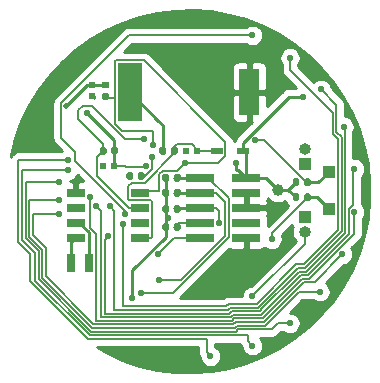
<source format=gbr>
%TF.GenerationSoftware,KiCad,Pcbnew,(5.1.6)-1*%
%TF.CreationDate,2023-04-03T22:04:13-07:00*%
%TF.ProjectId,Watch,57617463-682e-46b6-9963-61645f706362,rev?*%
%TF.SameCoordinates,Original*%
%TF.FileFunction,Copper,L2,Bot*%
%TF.FilePolarity,Positive*%
%FSLAX46Y46*%
G04 Gerber Fmt 4.6, Leading zero omitted, Abs format (unit mm)*
G04 Created by KiCad (PCBNEW (5.1.6)-1) date 2023-04-03 22:04:13*
%MOMM*%
%LPD*%
G01*
G04 APERTURE LIST*
%TA.AperFunction,SMDPad,CuDef*%
%ADD10R,1.700000X4.000000*%
%TD*%
%TA.AperFunction,SMDPad,CuDef*%
%ADD11R,2.000000X5.000000*%
%TD*%
%TA.AperFunction,SMDPad,CuDef*%
%ADD12R,0.800000X1.500000*%
%TD*%
%TA.AperFunction,SMDPad,CuDef*%
%ADD13R,1.550000X0.700000*%
%TD*%
%TA.AperFunction,SMDPad,CuDef*%
%ADD14R,1.050000X0.500000*%
%TD*%
%TA.AperFunction,SMDPad,CuDef*%
%ADD15R,0.620000X0.600000*%
%TD*%
%TA.AperFunction,SMDPad,CuDef*%
%ADD16R,0.600000X0.620000*%
%TD*%
%TA.AperFunction,SMDPad,CuDef*%
%ADD17C,1.000000*%
%TD*%
%TA.AperFunction,ComponentPad*%
%ADD18R,1.000000X1.000000*%
%TD*%
%TA.AperFunction,ComponentPad*%
%ADD19O,1.000000X1.000000*%
%TD*%
%TA.AperFunction,SMDPad,CuDef*%
%ADD20R,2.400000X0.740000*%
%TD*%
%TA.AperFunction,ViaPad*%
%ADD21C,0.540000*%
%TD*%
%TA.AperFunction,ViaPad*%
%ADD22C,0.500000*%
%TD*%
%TA.AperFunction,Conductor*%
%ADD23C,0.150000*%
%TD*%
%TA.AperFunction,Conductor*%
%ADD24C,0.250000*%
%TD*%
%TA.AperFunction,Conductor*%
%ADD25C,0.254000*%
%TD*%
G04 APERTURE END LIST*
%TO.P,R103,2*%
%TO.N,/SDA*%
%TA.AperFunction,SMDPad,CuDef*%
G36*
G01*
X138638500Y-79946000D02*
X138983500Y-79946000D01*
G75*
G02*
X139131000Y-80093500I0J-147500D01*
G01*
X139131000Y-80388500D01*
G75*
G02*
X138983500Y-80536000I-147500J0D01*
G01*
X138638500Y-80536000D01*
G75*
G02*
X138491000Y-80388500I0J147500D01*
G01*
X138491000Y-80093500D01*
G75*
G02*
X138638500Y-79946000I147500J0D01*
G01*
G37*
%TD.AperFunction*%
%TO.P,R103,1*%
%TO.N,+3V3*%
%TA.AperFunction,SMDPad,CuDef*%
G36*
G01*
X138638500Y-78976000D02*
X138983500Y-78976000D01*
G75*
G02*
X139131000Y-79123500I0J-147500D01*
G01*
X139131000Y-79418500D01*
G75*
G02*
X138983500Y-79566000I-147500J0D01*
G01*
X138638500Y-79566000D01*
G75*
G02*
X138491000Y-79418500I0J147500D01*
G01*
X138491000Y-79123500D01*
G75*
G02*
X138638500Y-78976000I147500J0D01*
G01*
G37*
%TD.AperFunction*%
%TD*%
D10*
%TO.P,C106,2*%
%TO.N,GND*%
X151003000Y-79883000D03*
D11*
%TO.P,C106,1*%
%TO.N,Net-(C106-Pad1)*%
X140853000Y-79883000D03*
%TD*%
D12*
%TO.P,Y101,2*%
%TO.N,Net-(IC102-Pad1)*%
X135902000Y-94361000D03*
%TO.P,Y101,1*%
%TO.N,Net-(IC102-Pad2)*%
X137402000Y-94361000D03*
%TD*%
D13*
%TO.P,IC102,8*%
%TO.N,Net-(C105-Pad2)*%
X141732000Y-92202000D03*
%TO.P,IC102,7*%
%TO.N,Net-(IC102-Pad7)*%
X141732000Y-90932000D03*
%TO.P,IC102,6*%
%TO.N,/SCL*%
X141732000Y-89662000D03*
%TO.P,IC102,5*%
%TO.N,/SDA*%
X141732000Y-88392000D03*
%TO.P,IC102,4*%
%TO.N,GND*%
X136282000Y-88392000D03*
%TO.P,IC102,3*%
%TO.N,Net-(IC102-Pad3)*%
X136282000Y-89662000D03*
%TO.P,IC102,2*%
%TO.N,Net-(IC102-Pad2)*%
X136282000Y-90932000D03*
%TO.P,IC102,1*%
%TO.N,Net-(IC102-Pad1)*%
X136282000Y-92202000D03*
%TD*%
D14*
%TO.P,D101,2*%
%TO.N,+3V3*%
X150490000Y-84836000D03*
%TO.P,D101,1*%
%TO.N,Net-(C105-Pad2)*%
X148214000Y-84836000D03*
%TD*%
D15*
%TO.P,C202,2*%
%TO.N,GND*%
X137668000Y-80216000D03*
%TO.P,C202,1*%
%TO.N,+3V3*%
X137668000Y-79296000D03*
%TD*%
D16*
%TO.P,C201,2*%
%TO.N,GND*%
X138605000Y-86106000D03*
%TO.P,C201,1*%
%TO.N,+3V3*%
X139525000Y-86106000D03*
%TD*%
%TO.P,C105,2*%
%TO.N,Net-(C105-Pad2)*%
X146558000Y-84836000D03*
%TO.P,C105,1*%
%TO.N,GND*%
X145638000Y-84836000D03*
%TD*%
%TO.P,R203,2*%
%TO.N,Net-(IC201-Pad33)*%
%TA.AperFunction,SMDPad,CuDef*%
G36*
G01*
X141541000Y-87167500D02*
X141541000Y-86822500D01*
G75*
G02*
X141688500Y-86675000I147500J0D01*
G01*
X141983500Y-86675000D01*
G75*
G02*
X142131000Y-86822500I0J-147500D01*
G01*
X142131000Y-87167500D01*
G75*
G02*
X141983500Y-87315000I-147500J0D01*
G01*
X141688500Y-87315000D01*
G75*
G02*
X141541000Y-87167500I0J147500D01*
G01*
G37*
%TD.AperFunction*%
%TO.P,R203,1*%
%TO.N,GND*%
%TA.AperFunction,SMDPad,CuDef*%
G36*
G01*
X140571000Y-87167500D02*
X140571000Y-86822500D01*
G75*
G02*
X140718500Y-86675000I147500J0D01*
G01*
X141013500Y-86675000D01*
G75*
G02*
X141161000Y-86822500I0J-147500D01*
G01*
X141161000Y-87167500D01*
G75*
G02*
X141013500Y-87315000I-147500J0D01*
G01*
X140718500Y-87315000D01*
G75*
G02*
X140571000Y-87167500I0J147500D01*
G01*
G37*
%TD.AperFunction*%
%TD*%
%TO.P,R112,2*%
%TO.N,/JTAG_TDI*%
%TA.AperFunction,SMDPad,CuDef*%
G36*
G01*
X144589000Y-91485500D02*
X144589000Y-91140500D01*
G75*
G02*
X144736500Y-90993000I147500J0D01*
G01*
X145031500Y-90993000D01*
G75*
G02*
X145179000Y-91140500I0J-147500D01*
G01*
X145179000Y-91485500D01*
G75*
G02*
X145031500Y-91633000I-147500J0D01*
G01*
X144736500Y-91633000D01*
G75*
G02*
X144589000Y-91485500I0J147500D01*
G01*
G37*
%TD.AperFunction*%
%TO.P,R112,1*%
%TO.N,+3V3*%
%TA.AperFunction,SMDPad,CuDef*%
G36*
G01*
X143619000Y-91485500D02*
X143619000Y-91140500D01*
G75*
G02*
X143766500Y-90993000I147500J0D01*
G01*
X144061500Y-90993000D01*
G75*
G02*
X144209000Y-91140500I0J-147500D01*
G01*
X144209000Y-91485500D01*
G75*
G02*
X144061500Y-91633000I-147500J0D01*
G01*
X143766500Y-91633000D01*
G75*
G02*
X143619000Y-91485500I0J147500D01*
G01*
G37*
%TD.AperFunction*%
%TD*%
%TO.P,R111,2*%
%TO.N,/JTAG_TDO*%
%TA.AperFunction,SMDPad,CuDef*%
G36*
G01*
X144589000Y-89961500D02*
X144589000Y-89616500D01*
G75*
G02*
X144736500Y-89469000I147500J0D01*
G01*
X145031500Y-89469000D01*
G75*
G02*
X145179000Y-89616500I0J-147500D01*
G01*
X145179000Y-89961500D01*
G75*
G02*
X145031500Y-90109000I-147500J0D01*
G01*
X144736500Y-90109000D01*
G75*
G02*
X144589000Y-89961500I0J147500D01*
G01*
G37*
%TD.AperFunction*%
%TO.P,R111,1*%
%TO.N,+3V3*%
%TA.AperFunction,SMDPad,CuDef*%
G36*
G01*
X143619000Y-89961500D02*
X143619000Y-89616500D01*
G75*
G02*
X143766500Y-89469000I147500J0D01*
G01*
X144061500Y-89469000D01*
G75*
G02*
X144209000Y-89616500I0J-147500D01*
G01*
X144209000Y-89961500D01*
G75*
G02*
X144061500Y-90109000I-147500J0D01*
G01*
X143766500Y-90109000D01*
G75*
G02*
X143619000Y-89961500I0J147500D01*
G01*
G37*
%TD.AperFunction*%
%TD*%
%TO.P,R110,2*%
%TO.N,/JTAG_TMS*%
%TA.AperFunction,SMDPad,CuDef*%
G36*
G01*
X144589000Y-87294500D02*
X144589000Y-86949500D01*
G75*
G02*
X144736500Y-86802000I147500J0D01*
G01*
X145031500Y-86802000D01*
G75*
G02*
X145179000Y-86949500I0J-147500D01*
G01*
X145179000Y-87294500D01*
G75*
G02*
X145031500Y-87442000I-147500J0D01*
G01*
X144736500Y-87442000D01*
G75*
G02*
X144589000Y-87294500I0J147500D01*
G01*
G37*
%TD.AperFunction*%
%TO.P,R110,1*%
%TO.N,+3V3*%
%TA.AperFunction,SMDPad,CuDef*%
G36*
G01*
X143619000Y-87294500D02*
X143619000Y-86949500D01*
G75*
G02*
X143766500Y-86802000I147500J0D01*
G01*
X144061500Y-86802000D01*
G75*
G02*
X144209000Y-86949500I0J-147500D01*
G01*
X144209000Y-87294500D01*
G75*
G02*
X144061500Y-87442000I-147500J0D01*
G01*
X143766500Y-87442000D01*
G75*
G02*
X143619000Y-87294500I0J147500D01*
G01*
G37*
%TD.AperFunction*%
%TD*%
%TO.P,R109,2*%
%TO.N,/JTAG_TCK*%
%TA.AperFunction,SMDPad,CuDef*%
G36*
G01*
X144589000Y-88564500D02*
X144589000Y-88219500D01*
G75*
G02*
X144736500Y-88072000I147500J0D01*
G01*
X145031500Y-88072000D01*
G75*
G02*
X145179000Y-88219500I0J-147500D01*
G01*
X145179000Y-88564500D01*
G75*
G02*
X145031500Y-88712000I-147500J0D01*
G01*
X144736500Y-88712000D01*
G75*
G02*
X144589000Y-88564500I0J147500D01*
G01*
G37*
%TD.AperFunction*%
%TO.P,R109,1*%
%TO.N,+3V3*%
%TA.AperFunction,SMDPad,CuDef*%
G36*
G01*
X143619000Y-88564500D02*
X143619000Y-88219500D01*
G75*
G02*
X143766500Y-88072000I147500J0D01*
G01*
X144061500Y-88072000D01*
G75*
G02*
X144209000Y-88219500I0J-147500D01*
G01*
X144209000Y-88564500D01*
G75*
G02*
X144061500Y-88712000I-147500J0D01*
G01*
X143766500Y-88712000D01*
G75*
G02*
X143619000Y-88564500I0J147500D01*
G01*
G37*
%TD.AperFunction*%
%TD*%
%TO.P,R108,2*%
%TO.N,/SW1*%
%TA.AperFunction,SMDPad,CuDef*%
G36*
G01*
X155615000Y-87675500D02*
X155615000Y-87330500D01*
G75*
G02*
X155762500Y-87183000I147500J0D01*
G01*
X156057500Y-87183000D01*
G75*
G02*
X156205000Y-87330500I0J-147500D01*
G01*
X156205000Y-87675500D01*
G75*
G02*
X156057500Y-87823000I-147500J0D01*
G01*
X155762500Y-87823000D01*
G75*
G02*
X155615000Y-87675500I0J147500D01*
G01*
G37*
%TD.AperFunction*%
%TO.P,R108,1*%
%TO.N,+3V3*%
%TA.AperFunction,SMDPad,CuDef*%
G36*
G01*
X154645000Y-87675500D02*
X154645000Y-87330500D01*
G75*
G02*
X154792500Y-87183000I147500J0D01*
G01*
X155087500Y-87183000D01*
G75*
G02*
X155235000Y-87330500I0J-147500D01*
G01*
X155235000Y-87675500D01*
G75*
G02*
X155087500Y-87823000I-147500J0D01*
G01*
X154792500Y-87823000D01*
G75*
G02*
X154645000Y-87675500I0J147500D01*
G01*
G37*
%TD.AperFunction*%
%TD*%
%TO.P,R107,2*%
%TO.N,/SW2*%
%TA.AperFunction,SMDPad,CuDef*%
G36*
G01*
X155615000Y-88945500D02*
X155615000Y-88600500D01*
G75*
G02*
X155762500Y-88453000I147500J0D01*
G01*
X156057500Y-88453000D01*
G75*
G02*
X156205000Y-88600500I0J-147500D01*
G01*
X156205000Y-88945500D01*
G75*
G02*
X156057500Y-89093000I-147500J0D01*
G01*
X155762500Y-89093000D01*
G75*
G02*
X155615000Y-88945500I0J147500D01*
G01*
G37*
%TD.AperFunction*%
%TO.P,R107,1*%
%TO.N,+3V3*%
%TA.AperFunction,SMDPad,CuDef*%
G36*
G01*
X154645000Y-88945500D02*
X154645000Y-88600500D01*
G75*
G02*
X154792500Y-88453000I147500J0D01*
G01*
X155087500Y-88453000D01*
G75*
G02*
X155235000Y-88600500I0J-147500D01*
G01*
X155235000Y-88945500D01*
G75*
G02*
X155087500Y-89093000I-147500J0D01*
G01*
X154792500Y-89093000D01*
G75*
G02*
X154645000Y-88945500I0J147500D01*
G01*
G37*
%TD.AperFunction*%
%TD*%
%TO.P,R105,2*%
%TO.N,Net-(C105-Pad2)*%
%TA.AperFunction,SMDPad,CuDef*%
G36*
G01*
X144335000Y-85008500D02*
X144335000Y-84663500D01*
G75*
G02*
X144482500Y-84516000I147500J0D01*
G01*
X144777500Y-84516000D01*
G75*
G02*
X144925000Y-84663500I0J-147500D01*
G01*
X144925000Y-85008500D01*
G75*
G02*
X144777500Y-85156000I-147500J0D01*
G01*
X144482500Y-85156000D01*
G75*
G02*
X144335000Y-85008500I0J147500D01*
G01*
G37*
%TD.AperFunction*%
%TO.P,R105,1*%
%TO.N,Net-(C106-Pad1)*%
%TA.AperFunction,SMDPad,CuDef*%
G36*
G01*
X143365000Y-85008500D02*
X143365000Y-84663500D01*
G75*
G02*
X143512500Y-84516000I147500J0D01*
G01*
X143807500Y-84516000D01*
G75*
G02*
X143955000Y-84663500I0J-147500D01*
G01*
X143955000Y-85008500D01*
G75*
G02*
X143807500Y-85156000I-147500J0D01*
G01*
X143512500Y-85156000D01*
G75*
G02*
X143365000Y-85008500I0J147500D01*
G01*
G37*
%TD.AperFunction*%
%TD*%
%TO.P,R104,2*%
%TO.N,/SCL*%
%TA.AperFunction,SMDPad,CuDef*%
G36*
G01*
X138898000Y-84663500D02*
X138898000Y-85008500D01*
G75*
G02*
X138750500Y-85156000I-147500J0D01*
G01*
X138455500Y-85156000D01*
G75*
G02*
X138308000Y-85008500I0J147500D01*
G01*
X138308000Y-84663500D01*
G75*
G02*
X138455500Y-84516000I147500J0D01*
G01*
X138750500Y-84516000D01*
G75*
G02*
X138898000Y-84663500I0J-147500D01*
G01*
G37*
%TD.AperFunction*%
%TO.P,R104,1*%
%TO.N,+3V3*%
%TA.AperFunction,SMDPad,CuDef*%
G36*
G01*
X139868000Y-84663500D02*
X139868000Y-85008500D01*
G75*
G02*
X139720500Y-85156000I-147500J0D01*
G01*
X139425500Y-85156000D01*
G75*
G02*
X139278000Y-85008500I0J147500D01*
G01*
X139278000Y-84663500D01*
G75*
G02*
X139425500Y-84516000I147500J0D01*
G01*
X139720500Y-84516000D01*
G75*
G02*
X139868000Y-84663500I0J-147500D01*
G01*
G37*
%TD.AperFunction*%
%TD*%
D17*
%TO.P,TP103,1*%
%TO.N,+3V3*%
X153416000Y-88138000D03*
%TD*%
D18*
%TO.P,J103,1*%
%TO.N,/SW1*%
X157734000Y-86614000D03*
%TD*%
%TO.P,J102,1*%
%TO.N,/SW2*%
X157734000Y-89789000D03*
%TD*%
D19*
%TO.P,J105,2*%
%TO.N,+5V*%
X155702000Y-84709000D03*
D18*
%TO.P,J105,1*%
%TO.N,GND*%
X155702000Y-85979000D03*
%TD*%
D19*
%TO.P,J101,2*%
%TO.N,+BATT*%
X155702000Y-91694000D03*
D18*
%TO.P,J101,1*%
%TO.N,GND*%
X155702000Y-90424000D03*
%TD*%
D20*
%TO.P,J104,10*%
%TO.N,/JTAG_RESET*%
X146812000Y-92202000D03*
%TO.P,J104,9*%
%TO.N,GND*%
X150712000Y-92202000D03*
%TO.P,J104,8*%
%TO.N,/JTAG_TDI*%
X146812000Y-90932000D03*
%TO.P,J104,7*%
%TO.N,Net-(J104-Pad7)*%
X150712000Y-90932000D03*
%TO.P,J104,6*%
%TO.N,/JTAG_TDO*%
X146812000Y-89662000D03*
%TO.P,J104,5*%
%TO.N,GND*%
X150712000Y-89662000D03*
%TO.P,J104,4*%
%TO.N,/JTAG_TCK*%
X146812000Y-88392000D03*
%TO.P,J104,3*%
%TO.N,GND*%
X150712000Y-88392000D03*
%TO.P,J104,2*%
%TO.N,/JTAG_TMS*%
X146812000Y-87122000D03*
%TO.P,J104,1*%
%TO.N,+3V3*%
X150712000Y-87122000D03*
%TD*%
D21*
%TO.N,Net-(IC201-Pad33)*%
X142748000Y-85344000D03*
%TO.N,GND*%
X149733000Y-76581000D03*
X149860000Y-96901000D03*
D22*
%TO.N,+3V3*%
X135509000Y-81026000D03*
D21*
X149860000Y-85852000D03*
X155575000Y-80264000D03*
X142240000Y-86106000D03*
X144145000Y-90551000D03*
X141097000Y-97282000D03*
X137287000Y-81661000D03*
%TO.N,/leds/OUT24*%
X140449000Y-90170000D03*
X151257000Y-75057000D03*
%TO.N,/leds/OUT23*%
X154432000Y-76962000D03*
X140335000Y-91059000D03*
%TO.N,/leds/OUT22*%
X139192000Y-89535000D03*
X157063915Y-79629000D03*
%TO.N,/leds/OUT21*%
X139065000Y-92075000D03*
X159004000Y-82804000D03*
%TO.N,/leds/OUT20*%
X138049000Y-89535000D03*
X159893000Y-86360000D03*
%TO.N,/leds/OUT19*%
X137541000Y-88773000D03*
X159893000Y-90043000D03*
%TO.N,/leds/OUT18*%
X134874000Y-90170000D03*
X158877000Y-93599000D03*
%TO.N,/leds/OUT17*%
X156972000Y-96774000D03*
X134874000Y-89027000D03*
%TO.N,/leds/OUT16*%
X154432000Y-99441000D03*
X134874000Y-87503000D03*
%TO.N,/leds/OUT15*%
X135636000Y-86487000D03*
X151257000Y-101346000D03*
%TO.N,/leds/OUT14*%
X135636000Y-85598000D03*
X147701000Y-102235000D03*
%TO.N,/SCL*%
X141732000Y-89662000D03*
X142113000Y-83820000D03*
%TO.N,/SDA*%
X142875000Y-84328000D03*
X145542000Y-85852000D03*
%TO.N,+BATT*%
X151257000Y-97155000D03*
%TO.N,/SW2*%
X152908000Y-92329000D03*
%TO.N,/SW1*%
X151511000Y-83947000D03*
%TO.N,/JTAG_RESET*%
X143256000Y-93599000D03*
%TO.N,/JTAG_TDI*%
X146812000Y-90918398D03*
%TO.N,/JTAG_TDO*%
X148463001Y-90932000D03*
%TO.N,/JTAG_TCK*%
X143383000Y-95758000D03*
%TO.N,/JTAG_TMS*%
X141859000Y-96901000D03*
%TD*%
D23*
%TO.N,Net-(IC201-Pad33)*%
X142748000Y-86378000D02*
X142748000Y-85344000D01*
X142131000Y-86995000D02*
X142748000Y-86378000D01*
X141836000Y-86995000D02*
X142131000Y-86995000D01*
D24*
%TO.N,+3V3*%
X152400000Y-87122000D02*
X153416000Y-88138000D01*
X150712000Y-87122000D02*
X152400000Y-87122000D01*
X150712000Y-85058000D02*
X150490000Y-84836000D01*
X150712000Y-87122000D02*
X150712000Y-85058000D01*
X154305000Y-88138000D02*
X154940000Y-87503000D01*
X154305000Y-88138000D02*
X154940000Y-88773000D01*
X153416000Y-88138000D02*
X154305000Y-88138000D01*
X139485166Y-84836000D02*
X139573000Y-84836000D01*
X150712000Y-87122000D02*
X150066999Y-86476999D01*
X149860000Y-86466998D02*
X149849999Y-86476999D01*
X149860000Y-85852000D02*
X149860000Y-86466998D01*
X150066999Y-86476999D02*
X149849999Y-86476999D01*
X150490000Y-84836000D02*
X150490000Y-84161398D01*
X154387398Y-80264000D02*
X155575000Y-80264000D01*
X150490000Y-84161398D02*
X154387398Y-80264000D01*
D23*
X139525000Y-86106000D02*
X140462000Y-86106000D01*
X140462000Y-86106000D02*
X140589000Y-86233000D01*
X142113000Y-86233000D02*
X142240000Y-86106000D01*
X140589000Y-86233000D02*
X142113000Y-86233000D01*
D24*
X139573000Y-86058000D02*
X139525000Y-86106000D01*
X139573000Y-84836000D02*
X139573000Y-86058000D01*
X143914000Y-87122000D02*
X143914000Y-91313000D01*
X143914000Y-90320000D02*
X144145000Y-90551000D01*
X143914000Y-89789000D02*
X143914000Y-90320000D01*
X141097000Y-94951398D02*
X141097000Y-97282000D01*
X143914000Y-91313000D02*
X143914000Y-92134398D01*
X143914000Y-92134398D02*
X141097000Y-94951398D01*
X137239000Y-79296000D02*
X137668000Y-79296000D01*
X135509000Y-81026000D02*
X137239000Y-79296000D01*
X138786000Y-79296000D02*
X138811000Y-79271000D01*
X137668000Y-79296000D02*
X138786000Y-79296000D01*
X139573000Y-84836000D02*
X139573000Y-83947000D01*
X139573000Y-83947000D02*
X137287000Y-81661000D01*
D23*
%TO.N,/leds/OUT24*%
X135033999Y-80797999D02*
X140774998Y-75057000D01*
X135033999Y-83725999D02*
X135033999Y-80797999D01*
X140449000Y-89898988D02*
X137679989Y-87129977D01*
X136271000Y-84963000D02*
X135033999Y-83725999D01*
X137679989Y-87129977D02*
X137675977Y-87129977D01*
X140449000Y-90170000D02*
X140449000Y-89898988D01*
X140774998Y-75057000D02*
X151257000Y-75057000D01*
X137675977Y-87129977D02*
X136271000Y-85725000D01*
X136271000Y-85725000D02*
X136271000Y-84963000D01*
%TO.N,/leds/OUT23*%
X154432000Y-77978000D02*
X154432000Y-76962000D01*
X149233094Y-97813950D02*
X151608382Y-97813950D01*
X158497969Y-91548317D02*
X158497969Y-83817268D01*
X140335000Y-97997990D02*
X149049054Y-97997990D01*
X155580342Y-94465944D02*
X158497969Y-91548317D01*
X158068990Y-83388289D02*
X158068990Y-81614990D01*
X158068990Y-81614990D02*
X154432000Y-77978000D01*
X151608382Y-97813950D02*
X154956388Y-94465944D01*
X158497969Y-83817268D02*
X158068990Y-83388289D01*
X149049054Y-97997990D02*
X149233094Y-97813950D01*
X154956388Y-94465944D02*
X155580342Y-94465944D01*
X140335000Y-91567000D02*
X140335000Y-97997990D01*
X140335000Y-91567000D02*
X140335000Y-91059000D01*
%TO.N,/leds/OUT22*%
X139560001Y-89903001D02*
X139560001Y-98285001D01*
X139192000Y-89535000D02*
X139560001Y-89903001D01*
X149173322Y-98298000D02*
X149357362Y-98113960D01*
X139560001Y-98285001D02*
X139573000Y-98298000D01*
X139573000Y-98298000D02*
X149173322Y-98298000D01*
X151732650Y-98113960D02*
X155080656Y-94765954D01*
X149357362Y-98113960D02*
X151732650Y-98113960D01*
X155080656Y-94765954D02*
X155704610Y-94765954D01*
X155704610Y-94765954D02*
X158797979Y-91672585D01*
X158797979Y-91672585D02*
X158797979Y-83693000D01*
X158797979Y-83693000D02*
X158369000Y-83264021D01*
X158369000Y-83264021D02*
X158369000Y-80934085D01*
X158369000Y-80934085D02*
X157063915Y-79629000D01*
%TO.N,/leds/OUT21*%
X139065000Y-92075000D02*
X138730010Y-92409990D01*
X138730010Y-92409990D02*
X138730010Y-98621960D01*
X149273640Y-98621960D02*
X149481630Y-98413970D01*
X138730010Y-98621960D02*
X149273640Y-98621960D01*
X149481630Y-98413970D02*
X151856918Y-98413970D01*
X151856918Y-98413970D02*
X152186444Y-98084444D01*
X152018898Y-98251990D02*
X152186444Y-98084444D01*
X152186444Y-98084444D02*
X154853443Y-95417445D01*
X155204924Y-95065964D02*
X155828878Y-95065964D01*
X154853443Y-95417445D02*
X155204924Y-95065964D01*
X155828878Y-95065964D02*
X159097989Y-91796853D01*
X159097989Y-91796853D02*
X159097989Y-82897989D01*
X159097989Y-82897989D02*
X159004000Y-82804000D01*
%TO.N,/leds/OUT20*%
X159795398Y-86457602D02*
X159893000Y-86360000D01*
X138430000Y-98921970D02*
X149397908Y-98921970D01*
X149605898Y-98713980D02*
X151981186Y-98713980D01*
X149397908Y-98921970D02*
X149605898Y-98713980D01*
X138049000Y-89535000D02*
X138430000Y-89916000D01*
X138430000Y-89916000D02*
X138430000Y-98921970D01*
X151981186Y-98713980D02*
X155329193Y-95365973D01*
X159795398Y-89408000D02*
X159795398Y-86457602D01*
X155329193Y-95365973D02*
X155953147Y-95365973D01*
X155953147Y-95365973D02*
X159397999Y-91921121D01*
X159397999Y-91921121D02*
X159397999Y-89805399D01*
X159397999Y-89805399D02*
X159795398Y-89408000D01*
%TO.N,/leds/OUT19*%
X152105454Y-99013990D02*
X155453462Y-95665982D01*
X137541000Y-91391010D02*
X138049000Y-91899010D01*
X138049000Y-91899010D02*
X138049000Y-99221980D01*
X149730166Y-99013990D02*
X152105454Y-99013990D01*
X138049000Y-99221980D02*
X149522176Y-99221980D01*
X149522176Y-99221980D02*
X149730166Y-99013990D01*
X137541000Y-88773000D02*
X137541000Y-91391010D01*
X159893000Y-91850398D02*
X159893000Y-90043000D01*
X156077416Y-95665982D02*
X159893000Y-91850398D01*
X155453462Y-95665982D02*
X156077416Y-95665982D01*
%TO.N,/leds/OUT18*%
X155577731Y-95965991D02*
X156510009Y-95965991D01*
X156510009Y-95965991D02*
X158877000Y-93599000D01*
X152229722Y-99314000D02*
X155577731Y-95965991D01*
X132645040Y-92002206D02*
X133742030Y-93099196D01*
X132645040Y-90170000D02*
X132645040Y-92002206D01*
X133742030Y-93099196D02*
X133742030Y-95468918D01*
X134874000Y-90170000D02*
X132645040Y-90170000D01*
X133742030Y-95468918D02*
X137587112Y-99314000D01*
X137587112Y-99314000D02*
X137795102Y-99521990D01*
X137795102Y-99521990D02*
X149646444Y-99521990D01*
X149854434Y-99314000D02*
X152229722Y-99314000D01*
X149646444Y-99521990D02*
X149854434Y-99314000D01*
X152229722Y-99314000D02*
X152314861Y-99228861D01*
%TO.N,/leds/OUT17*%
X155194000Y-96774000D02*
X156972000Y-96774000D01*
X149930723Y-99661989D02*
X152306011Y-99661989D01*
X137670834Y-99822000D02*
X149770712Y-99822000D01*
X133442020Y-95593186D02*
X137670834Y-99822000D01*
X132356060Y-89027000D02*
X132345030Y-89038030D01*
X149770712Y-99822000D02*
X149930723Y-99661989D01*
X134874000Y-89027000D02*
X132356060Y-89027000D01*
X152306011Y-99661989D02*
X155194000Y-96774000D01*
X132345030Y-89038030D02*
X132345030Y-92126474D01*
X132345030Y-92126474D02*
X133442020Y-93223464D01*
X133442020Y-93223464D02*
X133442020Y-95593186D01*
%TO.N,/leds/OUT16*%
X133142010Y-93347732D02*
X132045020Y-92250742D01*
X132045020Y-92250742D02*
X132045020Y-87503000D01*
X133142010Y-95717454D02*
X133142010Y-93347732D01*
X132045020Y-87503000D02*
X134874000Y-87503000D01*
X137581546Y-100156990D02*
X133142010Y-95717454D01*
X153416000Y-99441000D02*
X152895001Y-99961999D01*
X154432000Y-99441000D02*
X153416000Y-99441000D01*
X150054991Y-99961999D02*
X149860000Y-100156990D01*
X152895001Y-99961999D02*
X150054991Y-99961999D01*
X149860000Y-100156990D02*
X137581546Y-100156990D01*
%TO.N,/leds/OUT15*%
X150876000Y-100965000D02*
X151257000Y-101346000D01*
X150876000Y-100457000D02*
X150876000Y-100965000D01*
X137457278Y-100457000D02*
X150876000Y-100457000D01*
X131745010Y-86487000D02*
X131745010Y-92375010D01*
X135636000Y-86487000D02*
X131745010Y-86487000D01*
X131745010Y-92375010D02*
X132842000Y-93472000D01*
X132842000Y-93472000D02*
X132842000Y-95841722D01*
X132842000Y-95841722D02*
X137457278Y-100457000D01*
%TO.N,/leds/OUT14*%
X135636000Y-85598000D02*
X131445000Y-85598000D01*
X131445000Y-85598000D02*
X131445000Y-92583000D01*
X131445000Y-92583000D02*
X132461000Y-93599000D01*
X132461001Y-95885001D02*
X137333009Y-100757009D01*
X132461000Y-93599000D02*
X132461001Y-95885001D01*
X137333009Y-100757009D02*
X147366009Y-100757009D01*
X147366009Y-101900009D02*
X147701000Y-102235000D01*
X147366009Y-100757009D02*
X147366009Y-101900009D01*
%TO.N,/SCL*%
X138079999Y-85359001D02*
X138603000Y-84836000D01*
X138079999Y-86934999D02*
X138079999Y-85359001D01*
X140807000Y-89662000D02*
X138079999Y-86934999D01*
X141732000Y-89662000D02*
X140807000Y-89662000D01*
X138603000Y-84836000D02*
X138726190Y-84836000D01*
X138603000Y-84836000D02*
X138603000Y-84247000D01*
X138603000Y-84247000D02*
X136525000Y-82169000D01*
X136525000Y-82169000D02*
X136525000Y-81407000D01*
X136525000Y-81407000D02*
X136906000Y-81026000D01*
X140460720Y-83820000D02*
X142113000Y-83820000D01*
X137666720Y-81026000D02*
X140460720Y-83820000D01*
X136906000Y-81026000D02*
X137666720Y-81026000D01*
%TO.N,/SDA*%
X142875000Y-84328000D02*
X142875000Y-83185000D01*
X142875000Y-83185000D02*
X140249998Y-83185000D01*
X142033001Y-77157999D02*
X139672999Y-77157999D01*
X148964001Y-84088999D02*
X142033001Y-77157999D01*
X148964001Y-85266001D02*
X148964001Y-84088999D01*
X148378002Y-85852000D02*
X148964001Y-85266001D01*
X145542000Y-85852000D02*
X148378002Y-85852000D01*
X144867001Y-86526999D02*
X145542000Y-85852000D01*
X141859000Y-88265000D02*
X143383000Y-88265000D01*
X141732000Y-88392000D02*
X141859000Y-88265000D01*
X143383000Y-88265000D02*
X143383000Y-86806190D01*
X143383000Y-86806190D02*
X143662191Y-86526999D01*
X143662191Y-86526999D02*
X144867001Y-86526999D01*
X139627999Y-77202999D02*
X139672999Y-77157999D01*
X140249998Y-83185000D02*
X139627999Y-82563001D01*
X138906001Y-80336001D02*
X138811000Y-80241000D01*
X139627999Y-80336001D02*
X138906001Y-80336001D01*
X139627999Y-80336001D02*
X139627999Y-77202999D01*
X139627999Y-82563001D02*
X139627999Y-80336001D01*
%TO.N,+BATT*%
X155702000Y-92710000D02*
X155702000Y-91694000D01*
X151257000Y-97155000D02*
X155702000Y-92710000D01*
%TO.N,Net-(C105-Pad2)*%
X146118001Y-84300999D02*
X146558000Y-84740998D01*
X144845001Y-84300999D02*
X146118001Y-84300999D01*
X144630000Y-84516000D02*
X144845001Y-84300999D01*
X146558000Y-84740998D02*
X146558000Y-84836000D01*
X144630000Y-84836000D02*
X144630000Y-84516000D01*
X146558000Y-84836000D02*
X148214000Y-84836000D01*
X141053988Y-87540010D02*
X142137800Y-87540010D01*
X140731999Y-88922001D02*
X140731999Y-87861999D01*
X140776999Y-88967001D02*
X140731999Y-88922001D01*
X142567003Y-88967001D02*
X140776999Y-88967001D01*
X140731999Y-87861999D02*
X141053988Y-87540010D01*
X142732001Y-92126999D02*
X142732001Y-89131999D01*
X142732001Y-89131999D02*
X142567003Y-88967001D01*
X142657000Y-92202000D02*
X142732001Y-92126999D01*
X141732000Y-92202000D02*
X142657000Y-92202000D01*
X144630000Y-85047810D02*
X144630000Y-84836000D01*
X142137800Y-87540010D02*
X144630000Y-85047810D01*
D24*
%TO.N,Net-(C106-Pad1)*%
X140853000Y-81163000D02*
X140853000Y-79883000D01*
X143279000Y-82309000D02*
X140853000Y-79883000D01*
X143660000Y-82690000D02*
X143279000Y-82309000D01*
X143660000Y-84836000D02*
X143660000Y-82690000D01*
%TO.N,Net-(IC102-Pad2)*%
X136587002Y-90932000D02*
X136282000Y-90932000D01*
X137402000Y-91746998D02*
X136587002Y-90932000D01*
X137402000Y-94361000D02*
X137402000Y-91746998D01*
%TO.N,Net-(IC102-Pad1)*%
X135902000Y-92582000D02*
X136282000Y-92202000D01*
X135902000Y-94361000D02*
X135902000Y-92582000D01*
%TO.N,/SW2*%
X156718000Y-88773000D02*
X157734000Y-89789000D01*
X155910000Y-88773000D02*
X156718000Y-88773000D01*
D23*
X155910000Y-88810998D02*
X155910000Y-88773000D01*
X152908000Y-91812998D02*
X155910000Y-88810998D01*
X152908000Y-92329000D02*
X152908000Y-91812998D01*
D24*
%TO.N,/SW1*%
X156845000Y-87503000D02*
X157734000Y-86614000D01*
X155910000Y-87503000D02*
X156845000Y-87503000D01*
D23*
X155786810Y-87503000D02*
X155910000Y-87503000D01*
X152230810Y-83947000D02*
X155786810Y-87503000D01*
X151511000Y-83947000D02*
X152230810Y-83947000D01*
%TO.N,/JTAG_RESET*%
X146812000Y-92202000D02*
X144653000Y-92202000D01*
X144653000Y-92202000D02*
X143256000Y-93599000D01*
%TO.N,/JTAG_TDI*%
X146812000Y-90932000D02*
X146812000Y-90918398D01*
X145011000Y-90932000D02*
X144630000Y-91313000D01*
X146812000Y-90932000D02*
X145011000Y-90932000D01*
D24*
%TO.N,/JTAG_TDO*%
X146812000Y-89662000D02*
X144653000Y-89662000D01*
D23*
X148463001Y-89963001D02*
X148463001Y-90932000D01*
X146812000Y-89662000D02*
X148162000Y-89662000D01*
X148162000Y-89662000D02*
X148463001Y-89963001D01*
D24*
%TO.N,/JTAG_TCK*%
X146812000Y-88392000D02*
X144653000Y-88392000D01*
D23*
X148958001Y-92031001D02*
X148958001Y-89188001D01*
X148958001Y-89188001D02*
X148162000Y-88392000D01*
X145231002Y-95758000D02*
X148958001Y-92031001D01*
X148162000Y-88392000D02*
X146812000Y-88392000D01*
X143383000Y-95758000D02*
X145231002Y-95758000D01*
D24*
%TO.N,/JTAG_TMS*%
X146812000Y-87122000D02*
X144653000Y-87122000D01*
D23*
X147517002Y-87122000D02*
X146812000Y-87122000D01*
X149258011Y-92155269D02*
X149258011Y-88863009D01*
X149258011Y-88863009D02*
X147517002Y-87122000D01*
X144512280Y-96901000D02*
X149258011Y-92155269D01*
X141859000Y-96901000D02*
X144512280Y-96901000D01*
%TD*%
D25*
%TO.N,GND*%
G36*
X147737432Y-73044051D02*
G01*
X149243471Y-73309606D01*
X150715585Y-73723795D01*
X152139144Y-74282500D01*
X153500000Y-74980170D01*
X154784628Y-75809871D01*
X155980261Y-76763356D01*
X157075016Y-77831150D01*
X158058013Y-79002640D01*
X158919482Y-80266184D01*
X159650862Y-81609223D01*
X160244885Y-83018411D01*
X160695646Y-84479742D01*
X160998665Y-85978692D01*
X161150931Y-87500364D01*
X161150931Y-89029636D01*
X160998665Y-90551308D01*
X160695646Y-92050258D01*
X160244885Y-93511589D01*
X159650862Y-94920777D01*
X158919482Y-96263816D01*
X158058013Y-97527360D01*
X157075016Y-98698850D01*
X155980261Y-99766644D01*
X154784628Y-100720129D01*
X153500000Y-101549830D01*
X152139144Y-102247500D01*
X150715585Y-102806205D01*
X149243471Y-103220394D01*
X147737432Y-103485949D01*
X146212437Y-103600232D01*
X144683640Y-103562106D01*
X143166237Y-103371951D01*
X141675307Y-103031656D01*
X140225669Y-102544603D01*
X138831729Y-101915634D01*
X138054687Y-101467009D01*
X146656010Y-101467009D01*
X146656010Y-101865125D01*
X146652574Y-101900009D01*
X146666283Y-102039193D01*
X146706881Y-102173028D01*
X146740006Y-102235000D01*
X146772810Y-102296372D01*
X146796130Y-102324787D01*
X146830779Y-102498979D01*
X146898999Y-102663678D01*
X146998041Y-102811904D01*
X147124096Y-102937959D01*
X147272322Y-103037001D01*
X147437021Y-103105221D01*
X147611865Y-103140000D01*
X147790135Y-103140000D01*
X147964979Y-103105221D01*
X148129678Y-103037001D01*
X148277904Y-102937959D01*
X148403959Y-102811904D01*
X148503001Y-102663678D01*
X148571221Y-102498979D01*
X148606000Y-102324135D01*
X148606000Y-102145865D01*
X148571221Y-101971021D01*
X148503001Y-101806322D01*
X148403959Y-101658096D01*
X148277904Y-101532041D01*
X148129678Y-101432999D01*
X148076009Y-101410769D01*
X148076009Y-101167000D01*
X150195328Y-101167000D01*
X150216872Y-101238020D01*
X150282800Y-101361363D01*
X150354769Y-101449057D01*
X150386779Y-101609979D01*
X150454999Y-101774678D01*
X150554041Y-101922904D01*
X150680096Y-102048959D01*
X150828322Y-102148001D01*
X150993021Y-102216221D01*
X151167865Y-102251000D01*
X151346135Y-102251000D01*
X151520979Y-102216221D01*
X151685678Y-102148001D01*
X151833904Y-102048959D01*
X151959959Y-101922904D01*
X152059001Y-101774678D01*
X152127221Y-101609979D01*
X152162000Y-101435135D01*
X152162000Y-101256865D01*
X152127221Y-101082021D01*
X152059001Y-100917322D01*
X151959959Y-100769096D01*
X151862862Y-100671999D01*
X152860126Y-100671999D01*
X152895001Y-100675434D01*
X152929876Y-100671999D01*
X152929878Y-100671999D01*
X153034185Y-100661726D01*
X153168021Y-100621127D01*
X153291364Y-100555199D01*
X153399476Y-100466474D01*
X153421713Y-100439378D01*
X153710091Y-100151000D01*
X153865634Y-100151000D01*
X154003322Y-100243001D01*
X154168021Y-100311221D01*
X154342865Y-100346000D01*
X154521135Y-100346000D01*
X154695979Y-100311221D01*
X154860678Y-100243001D01*
X155008904Y-100143959D01*
X155134959Y-100017904D01*
X155234001Y-99869678D01*
X155302221Y-99704979D01*
X155337000Y-99530135D01*
X155337000Y-99351865D01*
X155302221Y-99177021D01*
X155234001Y-99012322D01*
X155134959Y-98864096D01*
X155008904Y-98738041D01*
X154860678Y-98638999D01*
X154695979Y-98570779D01*
X154521135Y-98536000D01*
X154436092Y-98536000D01*
X155488092Y-97484000D01*
X156405634Y-97484000D01*
X156543322Y-97576001D01*
X156708021Y-97644221D01*
X156882865Y-97679000D01*
X157061135Y-97679000D01*
X157235979Y-97644221D01*
X157400678Y-97576001D01*
X157548904Y-97476959D01*
X157674959Y-97350904D01*
X157774001Y-97202678D01*
X157842221Y-97037979D01*
X157877000Y-96863135D01*
X157877000Y-96684865D01*
X157842221Y-96510021D01*
X157774001Y-96345322D01*
X157674959Y-96197096D01*
X157548904Y-96071041D01*
X157465068Y-96015023D01*
X158978563Y-94501528D01*
X159140979Y-94469221D01*
X159305678Y-94401001D01*
X159453904Y-94301959D01*
X159579959Y-94175904D01*
X159679001Y-94027678D01*
X159747221Y-93862979D01*
X159782000Y-93688135D01*
X159782000Y-93509865D01*
X159747221Y-93335021D01*
X159679001Y-93170322D01*
X159638212Y-93109277D01*
X160370383Y-92377106D01*
X160397474Y-92354873D01*
X160486200Y-92246761D01*
X160552128Y-92123418D01*
X160592727Y-91989582D01*
X160603000Y-91885275D01*
X160603000Y-91885273D01*
X160606435Y-91850398D01*
X160603000Y-91815523D01*
X160603000Y-90609366D01*
X160695001Y-90471678D01*
X160763221Y-90306979D01*
X160798000Y-90132135D01*
X160798000Y-89953865D01*
X160763221Y-89779021D01*
X160695001Y-89614322D01*
X160595959Y-89466096D01*
X160505661Y-89375798D01*
X160505398Y-89373126D01*
X160505398Y-87027465D01*
X160595959Y-86936904D01*
X160695001Y-86788678D01*
X160763221Y-86623979D01*
X160798000Y-86449135D01*
X160798000Y-86270865D01*
X160763221Y-86096021D01*
X160695001Y-85931322D01*
X160595959Y-85783096D01*
X160469904Y-85657041D01*
X160321678Y-85557999D01*
X160156979Y-85489779D01*
X159982135Y-85455000D01*
X159807989Y-85455000D01*
X159807989Y-83227879D01*
X159874221Y-83067979D01*
X159909000Y-82893135D01*
X159909000Y-82714865D01*
X159874221Y-82540021D01*
X159806001Y-82375322D01*
X159706959Y-82227096D01*
X159580904Y-82101041D01*
X159432678Y-82001999D01*
X159267979Y-81933779D01*
X159093135Y-81899000D01*
X159079000Y-81899000D01*
X159079000Y-80968960D01*
X159082435Y-80934085D01*
X159078814Y-80897324D01*
X159068727Y-80794901D01*
X159028128Y-80661065D01*
X158962200Y-80537722D01*
X158873475Y-80429610D01*
X158846379Y-80407373D01*
X157966443Y-79527437D01*
X157934136Y-79365021D01*
X157865916Y-79200322D01*
X157766874Y-79052096D01*
X157640819Y-78926041D01*
X157492593Y-78826999D01*
X157327894Y-78758779D01*
X157153050Y-78724000D01*
X156974780Y-78724000D01*
X156799936Y-78758779D01*
X156635237Y-78826999D01*
X156487011Y-78926041D01*
X156435572Y-78977481D01*
X155142000Y-77683909D01*
X155142000Y-77528366D01*
X155234001Y-77390678D01*
X155302221Y-77225979D01*
X155337000Y-77051135D01*
X155337000Y-76872865D01*
X155302221Y-76698021D01*
X155234001Y-76533322D01*
X155134959Y-76385096D01*
X155008904Y-76259041D01*
X154860678Y-76159999D01*
X154695979Y-76091779D01*
X154521135Y-76057000D01*
X154342865Y-76057000D01*
X154168021Y-76091779D01*
X154003322Y-76159999D01*
X153855096Y-76259041D01*
X153729041Y-76385096D01*
X153629999Y-76533322D01*
X153561779Y-76698021D01*
X153527000Y-76872865D01*
X153527000Y-77051135D01*
X153561779Y-77225979D01*
X153629999Y-77390678D01*
X153722000Y-77528367D01*
X153722000Y-77943125D01*
X153718565Y-77978000D01*
X153722000Y-78012875D01*
X153722000Y-78012876D01*
X153732273Y-78117183D01*
X153772872Y-78251019D01*
X153838800Y-78374362D01*
X153927525Y-78482474D01*
X153954617Y-78504708D01*
X154953909Y-79504000D01*
X154424720Y-79504000D01*
X154387397Y-79500324D01*
X154350074Y-79504000D01*
X154350065Y-79504000D01*
X154238412Y-79514997D01*
X154095151Y-79558454D01*
X153963121Y-79629026D01*
X153928962Y-79657060D01*
X153847397Y-79723999D01*
X153823599Y-79752997D01*
X152489645Y-81086951D01*
X152488000Y-80168750D01*
X152329250Y-80010000D01*
X151130000Y-80010000D01*
X151130000Y-82359250D01*
X151173673Y-82402923D01*
X149978998Y-83597599D01*
X149950000Y-83621397D01*
X149926202Y-83650395D01*
X149926201Y-83650396D01*
X149855026Y-83737122D01*
X149784454Y-83869152D01*
X149769317Y-83919053D01*
X149748359Y-83988144D01*
X149720820Y-83996498D01*
X149670951Y-84023154D01*
X149663728Y-83949815D01*
X149623129Y-83815979D01*
X149557201Y-83692636D01*
X149468476Y-83584524D01*
X149441385Y-83562291D01*
X147762094Y-81883000D01*
X149514928Y-81883000D01*
X149527188Y-82007482D01*
X149563498Y-82127180D01*
X149622463Y-82237494D01*
X149701815Y-82334185D01*
X149798506Y-82413537D01*
X149908820Y-82472502D01*
X150028518Y-82508812D01*
X150153000Y-82521072D01*
X150717250Y-82518000D01*
X150876000Y-82359250D01*
X150876000Y-80010000D01*
X149676750Y-80010000D01*
X149518000Y-80168750D01*
X149514928Y-81883000D01*
X147762094Y-81883000D01*
X143762094Y-77883000D01*
X149514928Y-77883000D01*
X149518000Y-79597250D01*
X149676750Y-79756000D01*
X150876000Y-79756000D01*
X150876000Y-77406750D01*
X151130000Y-77406750D01*
X151130000Y-79756000D01*
X152329250Y-79756000D01*
X152488000Y-79597250D01*
X152491072Y-77883000D01*
X152478812Y-77758518D01*
X152442502Y-77638820D01*
X152383537Y-77528506D01*
X152304185Y-77431815D01*
X152207494Y-77352463D01*
X152097180Y-77293498D01*
X151977482Y-77257188D01*
X151853000Y-77244928D01*
X151288750Y-77248000D01*
X151130000Y-77406750D01*
X150876000Y-77406750D01*
X150717250Y-77248000D01*
X150153000Y-77244928D01*
X150028518Y-77257188D01*
X149908820Y-77293498D01*
X149798506Y-77352463D01*
X149701815Y-77431815D01*
X149622463Y-77528506D01*
X149563498Y-77638820D01*
X149527188Y-77758518D01*
X149514928Y-77883000D01*
X143762094Y-77883000D01*
X142559713Y-76680620D01*
X142537476Y-76653524D01*
X142429364Y-76564799D01*
X142306021Y-76498871D01*
X142172185Y-76458272D01*
X142067878Y-76447999D01*
X142067876Y-76447999D01*
X142033001Y-76444564D01*
X141998126Y-76447999D01*
X140388090Y-76447999D01*
X141069089Y-75767000D01*
X150690634Y-75767000D01*
X150828322Y-75859001D01*
X150993021Y-75927221D01*
X151167865Y-75962000D01*
X151346135Y-75962000D01*
X151520979Y-75927221D01*
X151685678Y-75859001D01*
X151833904Y-75759959D01*
X151959959Y-75633904D01*
X152059001Y-75485678D01*
X152127221Y-75320979D01*
X152162000Y-75146135D01*
X152162000Y-74967865D01*
X152127221Y-74793021D01*
X152059001Y-74628322D01*
X151959959Y-74480096D01*
X151833904Y-74354041D01*
X151685678Y-74254999D01*
X151520979Y-74186779D01*
X151346135Y-74152000D01*
X151167865Y-74152000D01*
X150993021Y-74186779D01*
X150828322Y-74254999D01*
X150690634Y-74347000D01*
X140809873Y-74347000D01*
X140774998Y-74343565D01*
X140740123Y-74347000D01*
X140740121Y-74347000D01*
X140635814Y-74357273D01*
X140501978Y-74397872D01*
X140378635Y-74463800D01*
X140270523Y-74552525D01*
X140248286Y-74579621D01*
X134556616Y-80271291D01*
X134529525Y-80293524D01*
X134507292Y-80320615D01*
X134440800Y-80401636D01*
X134374871Y-80524980D01*
X134334273Y-80658815D01*
X134320564Y-80797999D01*
X134324000Y-80832884D01*
X134323999Y-83691124D01*
X134320564Y-83725999D01*
X134323999Y-83760874D01*
X134323999Y-83760875D01*
X134334272Y-83865182D01*
X134374871Y-83999018D01*
X134440799Y-84122361D01*
X134529524Y-84230473D01*
X134556616Y-84252707D01*
X135142932Y-84839023D01*
X135069634Y-84888000D01*
X131479877Y-84888000D01*
X131445000Y-84884565D01*
X131410123Y-84888000D01*
X131305816Y-84898273D01*
X131171980Y-84938872D01*
X131048637Y-85004800D01*
X130940525Y-85093525D01*
X130851800Y-85201637D01*
X130785872Y-85324980D01*
X130772512Y-85369020D01*
X130794154Y-85225438D01*
X131171513Y-83743456D01*
X131694555Y-82306410D01*
X132358081Y-80928584D01*
X133155497Y-79623670D01*
X134078878Y-78404638D01*
X135119047Y-77283603D01*
X136265666Y-76271705D01*
X137507340Y-75379002D01*
X138831729Y-74614366D01*
X140225669Y-73985397D01*
X141675307Y-73498344D01*
X143166237Y-73158049D01*
X144683640Y-72967894D01*
X146212437Y-72929768D01*
X147737432Y-73044051D01*
G37*
X147737432Y-73044051D02*
X149243471Y-73309606D01*
X150715585Y-73723795D01*
X152139144Y-74282500D01*
X153500000Y-74980170D01*
X154784628Y-75809871D01*
X155980261Y-76763356D01*
X157075016Y-77831150D01*
X158058013Y-79002640D01*
X158919482Y-80266184D01*
X159650862Y-81609223D01*
X160244885Y-83018411D01*
X160695646Y-84479742D01*
X160998665Y-85978692D01*
X161150931Y-87500364D01*
X161150931Y-89029636D01*
X160998665Y-90551308D01*
X160695646Y-92050258D01*
X160244885Y-93511589D01*
X159650862Y-94920777D01*
X158919482Y-96263816D01*
X158058013Y-97527360D01*
X157075016Y-98698850D01*
X155980261Y-99766644D01*
X154784628Y-100720129D01*
X153500000Y-101549830D01*
X152139144Y-102247500D01*
X150715585Y-102806205D01*
X149243471Y-103220394D01*
X147737432Y-103485949D01*
X146212437Y-103600232D01*
X144683640Y-103562106D01*
X143166237Y-103371951D01*
X141675307Y-103031656D01*
X140225669Y-102544603D01*
X138831729Y-101915634D01*
X138054687Y-101467009D01*
X146656010Y-101467009D01*
X146656010Y-101865125D01*
X146652574Y-101900009D01*
X146666283Y-102039193D01*
X146706881Y-102173028D01*
X146740006Y-102235000D01*
X146772810Y-102296372D01*
X146796130Y-102324787D01*
X146830779Y-102498979D01*
X146898999Y-102663678D01*
X146998041Y-102811904D01*
X147124096Y-102937959D01*
X147272322Y-103037001D01*
X147437021Y-103105221D01*
X147611865Y-103140000D01*
X147790135Y-103140000D01*
X147964979Y-103105221D01*
X148129678Y-103037001D01*
X148277904Y-102937959D01*
X148403959Y-102811904D01*
X148503001Y-102663678D01*
X148571221Y-102498979D01*
X148606000Y-102324135D01*
X148606000Y-102145865D01*
X148571221Y-101971021D01*
X148503001Y-101806322D01*
X148403959Y-101658096D01*
X148277904Y-101532041D01*
X148129678Y-101432999D01*
X148076009Y-101410769D01*
X148076009Y-101167000D01*
X150195328Y-101167000D01*
X150216872Y-101238020D01*
X150282800Y-101361363D01*
X150354769Y-101449057D01*
X150386779Y-101609979D01*
X150454999Y-101774678D01*
X150554041Y-101922904D01*
X150680096Y-102048959D01*
X150828322Y-102148001D01*
X150993021Y-102216221D01*
X151167865Y-102251000D01*
X151346135Y-102251000D01*
X151520979Y-102216221D01*
X151685678Y-102148001D01*
X151833904Y-102048959D01*
X151959959Y-101922904D01*
X152059001Y-101774678D01*
X152127221Y-101609979D01*
X152162000Y-101435135D01*
X152162000Y-101256865D01*
X152127221Y-101082021D01*
X152059001Y-100917322D01*
X151959959Y-100769096D01*
X151862862Y-100671999D01*
X152860126Y-100671999D01*
X152895001Y-100675434D01*
X152929876Y-100671999D01*
X152929878Y-100671999D01*
X153034185Y-100661726D01*
X153168021Y-100621127D01*
X153291364Y-100555199D01*
X153399476Y-100466474D01*
X153421713Y-100439378D01*
X153710091Y-100151000D01*
X153865634Y-100151000D01*
X154003322Y-100243001D01*
X154168021Y-100311221D01*
X154342865Y-100346000D01*
X154521135Y-100346000D01*
X154695979Y-100311221D01*
X154860678Y-100243001D01*
X155008904Y-100143959D01*
X155134959Y-100017904D01*
X155234001Y-99869678D01*
X155302221Y-99704979D01*
X155337000Y-99530135D01*
X155337000Y-99351865D01*
X155302221Y-99177021D01*
X155234001Y-99012322D01*
X155134959Y-98864096D01*
X155008904Y-98738041D01*
X154860678Y-98638999D01*
X154695979Y-98570779D01*
X154521135Y-98536000D01*
X154436092Y-98536000D01*
X155488092Y-97484000D01*
X156405634Y-97484000D01*
X156543322Y-97576001D01*
X156708021Y-97644221D01*
X156882865Y-97679000D01*
X157061135Y-97679000D01*
X157235979Y-97644221D01*
X157400678Y-97576001D01*
X157548904Y-97476959D01*
X157674959Y-97350904D01*
X157774001Y-97202678D01*
X157842221Y-97037979D01*
X157877000Y-96863135D01*
X157877000Y-96684865D01*
X157842221Y-96510021D01*
X157774001Y-96345322D01*
X157674959Y-96197096D01*
X157548904Y-96071041D01*
X157465068Y-96015023D01*
X158978563Y-94501528D01*
X159140979Y-94469221D01*
X159305678Y-94401001D01*
X159453904Y-94301959D01*
X159579959Y-94175904D01*
X159679001Y-94027678D01*
X159747221Y-93862979D01*
X159782000Y-93688135D01*
X159782000Y-93509865D01*
X159747221Y-93335021D01*
X159679001Y-93170322D01*
X159638212Y-93109277D01*
X160370383Y-92377106D01*
X160397474Y-92354873D01*
X160486200Y-92246761D01*
X160552128Y-92123418D01*
X160592727Y-91989582D01*
X160603000Y-91885275D01*
X160603000Y-91885273D01*
X160606435Y-91850398D01*
X160603000Y-91815523D01*
X160603000Y-90609366D01*
X160695001Y-90471678D01*
X160763221Y-90306979D01*
X160798000Y-90132135D01*
X160798000Y-89953865D01*
X160763221Y-89779021D01*
X160695001Y-89614322D01*
X160595959Y-89466096D01*
X160505661Y-89375798D01*
X160505398Y-89373126D01*
X160505398Y-87027465D01*
X160595959Y-86936904D01*
X160695001Y-86788678D01*
X160763221Y-86623979D01*
X160798000Y-86449135D01*
X160798000Y-86270865D01*
X160763221Y-86096021D01*
X160695001Y-85931322D01*
X160595959Y-85783096D01*
X160469904Y-85657041D01*
X160321678Y-85557999D01*
X160156979Y-85489779D01*
X159982135Y-85455000D01*
X159807989Y-85455000D01*
X159807989Y-83227879D01*
X159874221Y-83067979D01*
X159909000Y-82893135D01*
X159909000Y-82714865D01*
X159874221Y-82540021D01*
X159806001Y-82375322D01*
X159706959Y-82227096D01*
X159580904Y-82101041D01*
X159432678Y-82001999D01*
X159267979Y-81933779D01*
X159093135Y-81899000D01*
X159079000Y-81899000D01*
X159079000Y-80968960D01*
X159082435Y-80934085D01*
X159078814Y-80897324D01*
X159068727Y-80794901D01*
X159028128Y-80661065D01*
X158962200Y-80537722D01*
X158873475Y-80429610D01*
X158846379Y-80407373D01*
X157966443Y-79527437D01*
X157934136Y-79365021D01*
X157865916Y-79200322D01*
X157766874Y-79052096D01*
X157640819Y-78926041D01*
X157492593Y-78826999D01*
X157327894Y-78758779D01*
X157153050Y-78724000D01*
X156974780Y-78724000D01*
X156799936Y-78758779D01*
X156635237Y-78826999D01*
X156487011Y-78926041D01*
X156435572Y-78977481D01*
X155142000Y-77683909D01*
X155142000Y-77528366D01*
X155234001Y-77390678D01*
X155302221Y-77225979D01*
X155337000Y-77051135D01*
X155337000Y-76872865D01*
X155302221Y-76698021D01*
X155234001Y-76533322D01*
X155134959Y-76385096D01*
X155008904Y-76259041D01*
X154860678Y-76159999D01*
X154695979Y-76091779D01*
X154521135Y-76057000D01*
X154342865Y-76057000D01*
X154168021Y-76091779D01*
X154003322Y-76159999D01*
X153855096Y-76259041D01*
X153729041Y-76385096D01*
X153629999Y-76533322D01*
X153561779Y-76698021D01*
X153527000Y-76872865D01*
X153527000Y-77051135D01*
X153561779Y-77225979D01*
X153629999Y-77390678D01*
X153722000Y-77528367D01*
X153722000Y-77943125D01*
X153718565Y-77978000D01*
X153722000Y-78012875D01*
X153722000Y-78012876D01*
X153732273Y-78117183D01*
X153772872Y-78251019D01*
X153838800Y-78374362D01*
X153927525Y-78482474D01*
X153954617Y-78504708D01*
X154953909Y-79504000D01*
X154424720Y-79504000D01*
X154387397Y-79500324D01*
X154350074Y-79504000D01*
X154350065Y-79504000D01*
X154238412Y-79514997D01*
X154095151Y-79558454D01*
X153963121Y-79629026D01*
X153928962Y-79657060D01*
X153847397Y-79723999D01*
X153823599Y-79752997D01*
X152489645Y-81086951D01*
X152488000Y-80168750D01*
X152329250Y-80010000D01*
X151130000Y-80010000D01*
X151130000Y-82359250D01*
X151173673Y-82402923D01*
X149978998Y-83597599D01*
X149950000Y-83621397D01*
X149926202Y-83650395D01*
X149926201Y-83650396D01*
X149855026Y-83737122D01*
X149784454Y-83869152D01*
X149769317Y-83919053D01*
X149748359Y-83988144D01*
X149720820Y-83996498D01*
X149670951Y-84023154D01*
X149663728Y-83949815D01*
X149623129Y-83815979D01*
X149557201Y-83692636D01*
X149468476Y-83584524D01*
X149441385Y-83562291D01*
X147762094Y-81883000D01*
X149514928Y-81883000D01*
X149527188Y-82007482D01*
X149563498Y-82127180D01*
X149622463Y-82237494D01*
X149701815Y-82334185D01*
X149798506Y-82413537D01*
X149908820Y-82472502D01*
X150028518Y-82508812D01*
X150153000Y-82521072D01*
X150717250Y-82518000D01*
X150876000Y-82359250D01*
X150876000Y-80010000D01*
X149676750Y-80010000D01*
X149518000Y-80168750D01*
X149514928Y-81883000D01*
X147762094Y-81883000D01*
X143762094Y-77883000D01*
X149514928Y-77883000D01*
X149518000Y-79597250D01*
X149676750Y-79756000D01*
X150876000Y-79756000D01*
X150876000Y-77406750D01*
X151130000Y-77406750D01*
X151130000Y-79756000D01*
X152329250Y-79756000D01*
X152488000Y-79597250D01*
X152491072Y-77883000D01*
X152478812Y-77758518D01*
X152442502Y-77638820D01*
X152383537Y-77528506D01*
X152304185Y-77431815D01*
X152207494Y-77352463D01*
X152097180Y-77293498D01*
X151977482Y-77257188D01*
X151853000Y-77244928D01*
X151288750Y-77248000D01*
X151130000Y-77406750D01*
X150876000Y-77406750D01*
X150717250Y-77248000D01*
X150153000Y-77244928D01*
X150028518Y-77257188D01*
X149908820Y-77293498D01*
X149798506Y-77352463D01*
X149701815Y-77431815D01*
X149622463Y-77528506D01*
X149563498Y-77638820D01*
X149527188Y-77758518D01*
X149514928Y-77883000D01*
X143762094Y-77883000D01*
X142559713Y-76680620D01*
X142537476Y-76653524D01*
X142429364Y-76564799D01*
X142306021Y-76498871D01*
X142172185Y-76458272D01*
X142067878Y-76447999D01*
X142067876Y-76447999D01*
X142033001Y-76444564D01*
X141998126Y-76447999D01*
X140388090Y-76447999D01*
X141069089Y-75767000D01*
X150690634Y-75767000D01*
X150828322Y-75859001D01*
X150993021Y-75927221D01*
X151167865Y-75962000D01*
X151346135Y-75962000D01*
X151520979Y-75927221D01*
X151685678Y-75859001D01*
X151833904Y-75759959D01*
X151959959Y-75633904D01*
X152059001Y-75485678D01*
X152127221Y-75320979D01*
X152162000Y-75146135D01*
X152162000Y-74967865D01*
X152127221Y-74793021D01*
X152059001Y-74628322D01*
X151959959Y-74480096D01*
X151833904Y-74354041D01*
X151685678Y-74254999D01*
X151520979Y-74186779D01*
X151346135Y-74152000D01*
X151167865Y-74152000D01*
X150993021Y-74186779D01*
X150828322Y-74254999D01*
X150690634Y-74347000D01*
X140809873Y-74347000D01*
X140774998Y-74343565D01*
X140740123Y-74347000D01*
X140740121Y-74347000D01*
X140635814Y-74357273D01*
X140501978Y-74397872D01*
X140378635Y-74463800D01*
X140270523Y-74552525D01*
X140248286Y-74579621D01*
X134556616Y-80271291D01*
X134529525Y-80293524D01*
X134507292Y-80320615D01*
X134440800Y-80401636D01*
X134374871Y-80524980D01*
X134334273Y-80658815D01*
X134320564Y-80797999D01*
X134324000Y-80832884D01*
X134323999Y-83691124D01*
X134320564Y-83725999D01*
X134323999Y-83760874D01*
X134323999Y-83760875D01*
X134334272Y-83865182D01*
X134374871Y-83999018D01*
X134440799Y-84122361D01*
X134529524Y-84230473D01*
X134556616Y-84252707D01*
X135142932Y-84839023D01*
X135069634Y-84888000D01*
X131479877Y-84888000D01*
X131445000Y-84884565D01*
X131410123Y-84888000D01*
X131305816Y-84898273D01*
X131171980Y-84938872D01*
X131048637Y-85004800D01*
X130940525Y-85093525D01*
X130851800Y-85201637D01*
X130785872Y-85324980D01*
X130772512Y-85369020D01*
X130794154Y-85225438D01*
X131171513Y-83743456D01*
X131694555Y-82306410D01*
X132358081Y-80928584D01*
X133155497Y-79623670D01*
X134078878Y-78404638D01*
X135119047Y-77283603D01*
X136265666Y-76271705D01*
X137507340Y-75379002D01*
X138831729Y-74614366D01*
X140225669Y-73985397D01*
X141675307Y-73498344D01*
X143166237Y-73158049D01*
X144683640Y-72967894D01*
X146212437Y-72929768D01*
X147737432Y-73044051D01*
G36*
X154612498Y-91168180D02*
G01*
X154656888Y-91251226D01*
X154610617Y-91362933D01*
X154567000Y-91582212D01*
X154567000Y-91805788D01*
X154610617Y-92025067D01*
X154696176Y-92231624D01*
X154820388Y-92417520D01*
X154905388Y-92502520D01*
X151155437Y-96252472D01*
X150993021Y-96284779D01*
X150828322Y-96352999D01*
X150680096Y-96452041D01*
X150554041Y-96578096D01*
X150454999Y-96726322D01*
X150386779Y-96891021D01*
X150352000Y-97065865D01*
X150352000Y-97103950D01*
X149267969Y-97103950D01*
X149233094Y-97100515D01*
X149198219Y-97103950D01*
X149198217Y-97103950D01*
X149093910Y-97114223D01*
X148960074Y-97154822D01*
X148836731Y-97220750D01*
X148754799Y-97287990D01*
X145129381Y-97287990D01*
X149260032Y-93157339D01*
X149267820Y-93161502D01*
X149387518Y-93197812D01*
X149512000Y-93210072D01*
X150426250Y-93207000D01*
X150585000Y-93048250D01*
X150585000Y-92329000D01*
X150565000Y-92329000D01*
X150565000Y-92075000D01*
X150585000Y-92075000D01*
X150585000Y-92055000D01*
X150839000Y-92055000D01*
X150839000Y-92075000D01*
X150859000Y-92075000D01*
X150859000Y-92329000D01*
X150839000Y-92329000D01*
X150839000Y-93048250D01*
X150997750Y-93207000D01*
X151912000Y-93210072D01*
X152036482Y-93197812D01*
X152156180Y-93161502D01*
X152266494Y-93102537D01*
X152342891Y-93039840D01*
X152479322Y-93131001D01*
X152644021Y-93199221D01*
X152818865Y-93234000D01*
X152997135Y-93234000D01*
X153171979Y-93199221D01*
X153336678Y-93131001D01*
X153484904Y-93031959D01*
X153610959Y-92905904D01*
X153710001Y-92757678D01*
X153778221Y-92592979D01*
X153813000Y-92418135D01*
X153813000Y-92239865D01*
X153778221Y-92065021D01*
X153743615Y-91981474D01*
X154599560Y-91125529D01*
X154612498Y-91168180D01*
G37*
X154612498Y-91168180D02*
X154656888Y-91251226D01*
X154610617Y-91362933D01*
X154567000Y-91582212D01*
X154567000Y-91805788D01*
X154610617Y-92025067D01*
X154696176Y-92231624D01*
X154820388Y-92417520D01*
X154905388Y-92502520D01*
X151155437Y-96252472D01*
X150993021Y-96284779D01*
X150828322Y-96352999D01*
X150680096Y-96452041D01*
X150554041Y-96578096D01*
X150454999Y-96726322D01*
X150386779Y-96891021D01*
X150352000Y-97065865D01*
X150352000Y-97103950D01*
X149267969Y-97103950D01*
X149233094Y-97100515D01*
X149198219Y-97103950D01*
X149198217Y-97103950D01*
X149093910Y-97114223D01*
X148960074Y-97154822D01*
X148836731Y-97220750D01*
X148754799Y-97287990D01*
X145129381Y-97287990D01*
X149260032Y-93157339D01*
X149267820Y-93161502D01*
X149387518Y-93197812D01*
X149512000Y-93210072D01*
X150426250Y-93207000D01*
X150585000Y-93048250D01*
X150585000Y-92329000D01*
X150565000Y-92329000D01*
X150565000Y-92075000D01*
X150585000Y-92075000D01*
X150585000Y-92055000D01*
X150839000Y-92055000D01*
X150839000Y-92075000D01*
X150859000Y-92075000D01*
X150859000Y-92329000D01*
X150839000Y-92329000D01*
X150839000Y-93048250D01*
X150997750Y-93207000D01*
X151912000Y-93210072D01*
X152036482Y-93197812D01*
X152156180Y-93161502D01*
X152266494Y-93102537D01*
X152342891Y-93039840D01*
X152479322Y-93131001D01*
X152644021Y-93199221D01*
X152818865Y-93234000D01*
X152997135Y-93234000D01*
X153171979Y-93199221D01*
X153336678Y-93131001D01*
X153484904Y-93031959D01*
X153610959Y-92905904D01*
X153710001Y-92757678D01*
X153778221Y-92592979D01*
X153813000Y-92418135D01*
X153813000Y-92239865D01*
X153778221Y-92065021D01*
X153743615Y-91981474D01*
X154599560Y-91125529D01*
X154612498Y-91168180D01*
G36*
X150839000Y-88265000D02*
G01*
X150859000Y-88265000D01*
X150859000Y-88519000D01*
X150839000Y-88519000D01*
X150839000Y-89535000D01*
X152388250Y-89535000D01*
X152547000Y-89376250D01*
X152550072Y-89292000D01*
X152537812Y-89167518D01*
X152501502Y-89047820D01*
X152490373Y-89027000D01*
X152501502Y-89006180D01*
X152537812Y-88886482D01*
X152539743Y-88866875D01*
X152692480Y-89019612D01*
X152878376Y-89143824D01*
X153084933Y-89229383D01*
X153304212Y-89273000D01*
X153527788Y-89273000D01*
X153747067Y-89229383D01*
X153953624Y-89143824D01*
X154021964Y-89098160D01*
X154022023Y-89098757D01*
X154066726Y-89246125D01*
X154139321Y-89381940D01*
X154227509Y-89489397D01*
X152550072Y-91166835D01*
X152550072Y-90562000D01*
X152537812Y-90437518D01*
X152501502Y-90317820D01*
X152490373Y-90297000D01*
X152501502Y-90276180D01*
X152537812Y-90156482D01*
X152550072Y-90032000D01*
X152547000Y-89947750D01*
X152388250Y-89789000D01*
X150839000Y-89789000D01*
X150839000Y-89809000D01*
X150585000Y-89809000D01*
X150585000Y-89789000D01*
X150565000Y-89789000D01*
X150565000Y-89535000D01*
X150585000Y-89535000D01*
X150585000Y-88519000D01*
X150565000Y-88519000D01*
X150565000Y-88265000D01*
X150585000Y-88265000D01*
X150585000Y-88245000D01*
X150839000Y-88245000D01*
X150839000Y-88265000D01*
G37*
X150839000Y-88265000D02*
X150859000Y-88265000D01*
X150859000Y-88519000D01*
X150839000Y-88519000D01*
X150839000Y-89535000D01*
X152388250Y-89535000D01*
X152547000Y-89376250D01*
X152550072Y-89292000D01*
X152537812Y-89167518D01*
X152501502Y-89047820D01*
X152490373Y-89027000D01*
X152501502Y-89006180D01*
X152537812Y-88886482D01*
X152539743Y-88866875D01*
X152692480Y-89019612D01*
X152878376Y-89143824D01*
X153084933Y-89229383D01*
X153304212Y-89273000D01*
X153527788Y-89273000D01*
X153747067Y-89229383D01*
X153953624Y-89143824D01*
X154021964Y-89098160D01*
X154022023Y-89098757D01*
X154066726Y-89246125D01*
X154139321Y-89381940D01*
X154227509Y-89489397D01*
X152550072Y-91166835D01*
X152550072Y-90562000D01*
X152537812Y-90437518D01*
X152501502Y-90317820D01*
X152490373Y-90297000D01*
X152501502Y-90276180D01*
X152537812Y-90156482D01*
X152550072Y-90032000D01*
X152547000Y-89947750D01*
X152388250Y-89789000D01*
X150839000Y-89789000D01*
X150839000Y-89809000D01*
X150585000Y-89809000D01*
X150585000Y-89789000D01*
X150565000Y-89789000D01*
X150565000Y-89535000D01*
X150585000Y-89535000D01*
X150585000Y-88519000D01*
X150565000Y-88519000D01*
X150565000Y-88265000D01*
X150585000Y-88265000D01*
X150585000Y-88245000D01*
X150839000Y-88245000D01*
X150839000Y-88265000D01*
G36*
X155829000Y-90297000D02*
G01*
X155849000Y-90297000D01*
X155849000Y-90551000D01*
X155829000Y-90551000D01*
X155829000Y-90562026D01*
X155813788Y-90559000D01*
X155590212Y-90559000D01*
X155575000Y-90562026D01*
X155575000Y-90551000D01*
X155555000Y-90551000D01*
X155555000Y-90297000D01*
X155575000Y-90297000D01*
X155575000Y-90277000D01*
X155829000Y-90277000D01*
X155829000Y-90297000D01*
G37*
X155829000Y-90297000D02*
X155849000Y-90297000D01*
X155849000Y-90551000D01*
X155829000Y-90551000D01*
X155829000Y-90562026D01*
X155813788Y-90559000D01*
X155590212Y-90559000D01*
X155575000Y-90562026D01*
X155575000Y-90551000D01*
X155555000Y-90551000D01*
X155555000Y-90297000D01*
X155575000Y-90297000D01*
X155575000Y-90277000D01*
X155829000Y-90277000D01*
X155829000Y-90297000D01*
G36*
X136946531Y-87404622D02*
G01*
X136567750Y-87407000D01*
X136409000Y-87565750D01*
X136409000Y-88265000D01*
X136429000Y-88265000D01*
X136429000Y-88519000D01*
X136409000Y-88519000D01*
X136409000Y-88539000D01*
X136155000Y-88539000D01*
X136155000Y-88519000D01*
X136135000Y-88519000D01*
X136135000Y-88265000D01*
X136155000Y-88265000D01*
X136155000Y-87565750D01*
X135996250Y-87407000D01*
X135777361Y-87405626D01*
X135772766Y-87382525D01*
X135899979Y-87357221D01*
X136064678Y-87289001D01*
X136212904Y-87189959D01*
X136338959Y-87063904D01*
X136438001Y-86915678D01*
X136443738Y-86901829D01*
X136946531Y-87404622D01*
G37*
X136946531Y-87404622D02*
X136567750Y-87407000D01*
X136409000Y-87565750D01*
X136409000Y-88265000D01*
X136429000Y-88265000D01*
X136429000Y-88519000D01*
X136409000Y-88519000D01*
X136409000Y-88539000D01*
X136155000Y-88539000D01*
X136155000Y-88519000D01*
X136135000Y-88519000D01*
X136135000Y-88265000D01*
X136155000Y-88265000D01*
X136155000Y-87565750D01*
X135996250Y-87407000D01*
X135777361Y-87405626D01*
X135772766Y-87382525D01*
X135899979Y-87357221D01*
X136064678Y-87289001D01*
X136212904Y-87189959D01*
X136338959Y-87063904D01*
X136438001Y-86915678D01*
X136443738Y-86901829D01*
X136946531Y-87404622D01*
G36*
X155829000Y-85852000D02*
G01*
X155849000Y-85852000D01*
X155849000Y-86106000D01*
X155829000Y-86106000D01*
X155829000Y-86126000D01*
X155575000Y-86126000D01*
X155575000Y-86106000D01*
X155555000Y-86106000D01*
X155555000Y-85852000D01*
X155575000Y-85852000D01*
X155575000Y-85840974D01*
X155590212Y-85844000D01*
X155813788Y-85844000D01*
X155829000Y-85840974D01*
X155829000Y-85852000D01*
G37*
X155829000Y-85852000D02*
X155849000Y-85852000D01*
X155849000Y-86106000D01*
X155829000Y-86106000D01*
X155829000Y-86126000D01*
X155575000Y-86126000D01*
X155575000Y-86106000D01*
X155555000Y-86106000D01*
X155555000Y-85852000D01*
X155575000Y-85852000D01*
X155575000Y-85840974D01*
X155590212Y-85844000D01*
X155813788Y-85844000D01*
X155829000Y-85840974D01*
X155829000Y-85852000D01*
G36*
X137815000Y-80329032D02*
G01*
X137805904Y-80326273D01*
X137701597Y-80316000D01*
X137701595Y-80316000D01*
X137666720Y-80312565D01*
X137631845Y-80316000D01*
X137521000Y-80316000D01*
X137521000Y-80234072D01*
X137815000Y-80234072D01*
X137815000Y-80329032D01*
G37*
X137815000Y-80329032D02*
X137805904Y-80326273D01*
X137701597Y-80316000D01*
X137701595Y-80316000D01*
X137666720Y-80312565D01*
X137631845Y-80316000D01*
X137521000Y-80316000D01*
X137521000Y-80234072D01*
X137815000Y-80234072D01*
X137815000Y-80329032D01*
%TD*%
M02*

</source>
